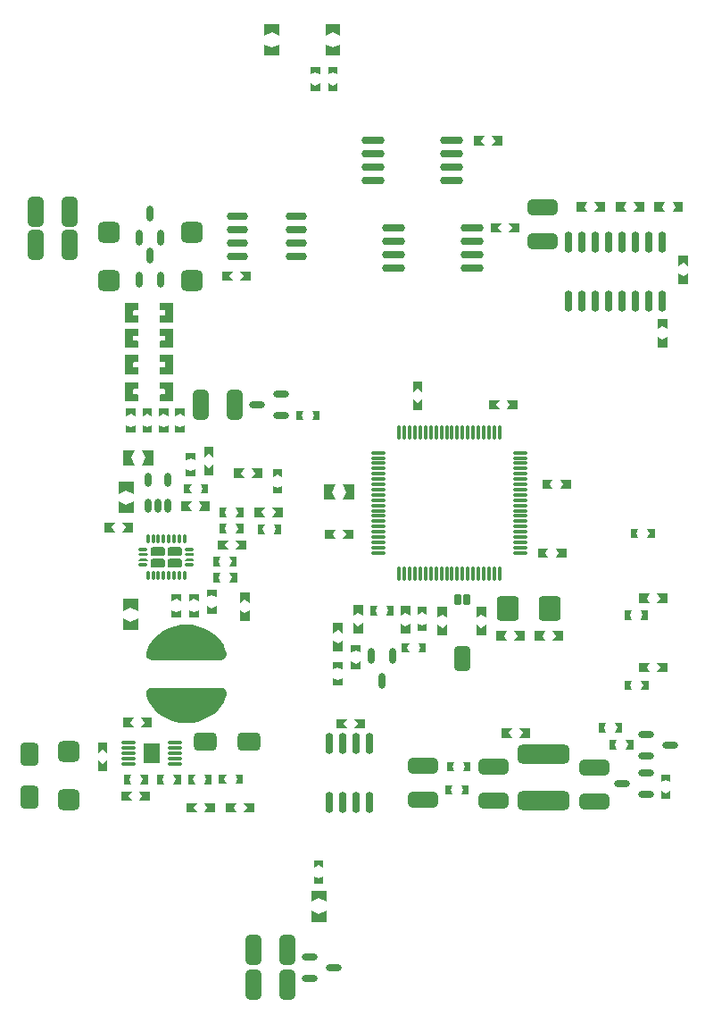
<source format=gtp>
G04*
G04 #@! TF.GenerationSoftware,Altium Limited,Altium Designer,18.1.7 (191)*
G04*
G04 Layer_Color=8421504*
%FSLAX24Y24*%
%MOIN*%
G70*
G01*
G75*
%ADD23O,0.0850X0.0295*%
%ADD24O,0.0118X0.0591*%
%ADD25O,0.0591X0.0118*%
%ADD26O,0.0281X0.0591*%
%ADD27O,0.0591X0.0281*%
%ADD28R,0.0610X0.0728*%
%ADD29O,0.0571X0.0118*%
%ADD30O,0.0335X0.0118*%
%ADD31O,0.0118X0.0335*%
G04:AMPARAMS|DCode=32|XSize=94.5mil|YSize=59.1mil|CornerRadius=14.8mil|HoleSize=0mil|Usage=FLASHONLY|Rotation=270.000|XOffset=0mil|YOffset=0mil|HoleType=Round|Shape=RoundedRectangle|*
%AMROUNDEDRECTD32*
21,1,0.0945,0.0295,0,0,270.0*
21,1,0.0650,0.0591,0,0,270.0*
1,1,0.0295,-0.0148,-0.0325*
1,1,0.0295,-0.0148,0.0325*
1,1,0.0295,0.0148,0.0325*
1,1,0.0295,0.0148,-0.0325*
%
%ADD32ROUNDEDRECTD32*%
G04:AMPARAMS|DCode=33|XSize=43.3mil|YSize=23.6mil|CornerRadius=5.9mil|HoleSize=0mil|Usage=FLASHONLY|Rotation=270.000|XOffset=0mil|YOffset=0mil|HoleType=Round|Shape=RoundedRectangle|*
%AMROUNDEDRECTD33*
21,1,0.0433,0.0118,0,0,270.0*
21,1,0.0315,0.0236,0,0,270.0*
1,1,0.0118,-0.0059,-0.0157*
1,1,0.0118,-0.0059,0.0157*
1,1,0.0118,0.0059,0.0157*
1,1,0.0118,0.0059,-0.0157*
%
%ADD33ROUNDEDRECTD33*%
G04:AMPARAMS|DCode=34|XSize=90.6mil|YSize=82.7mil|CornerRadius=12.4mil|HoleSize=0mil|Usage=FLASHONLY|Rotation=90.000|XOffset=0mil|YOffset=0mil|HoleType=Round|Shape=RoundedRectangle|*
%AMROUNDEDRECTD34*
21,1,0.0906,0.0579,0,0,90.0*
21,1,0.0657,0.0827,0,0,90.0*
1,1,0.0248,0.0289,0.0329*
1,1,0.0248,0.0289,-0.0329*
1,1,0.0248,-0.0289,-0.0329*
1,1,0.0248,-0.0289,0.0329*
%
%ADD34ROUNDEDRECTD34*%
%ADD35O,0.0236X0.0531*%
G04:AMPARAMS|DCode=36|XSize=194.9mil|YSize=70.9mil|CornerRadius=17.7mil|HoleSize=0mil|Usage=FLASHONLY|Rotation=180.000|XOffset=0mil|YOffset=0mil|HoleType=Round|Shape=RoundedRectangle|*
%AMROUNDEDRECTD36*
21,1,0.1949,0.0354,0,0,180.0*
21,1,0.1594,0.0709,0,0,180.0*
1,1,0.0354,-0.0797,0.0177*
1,1,0.0354,0.0797,0.0177*
1,1,0.0354,0.0797,-0.0177*
1,1,0.0354,-0.0797,-0.0177*
%
%ADD36ROUNDEDRECTD36*%
%ADD37O,0.0295X0.0800*%
G04:AMPARAMS|DCode=38|XSize=110.2mil|YSize=59.1mil|CornerRadius=14.8mil|HoleSize=0mil|Usage=FLASHONLY|Rotation=0.000|XOffset=0mil|YOffset=0mil|HoleType=Round|Shape=RoundedRectangle|*
%AMROUNDEDRECTD38*
21,1,0.1102,0.0295,0,0,0.0*
21,1,0.0807,0.0591,0,0,0.0*
1,1,0.0295,0.0404,-0.0148*
1,1,0.0295,-0.0404,-0.0148*
1,1,0.0295,-0.0404,0.0148*
1,1,0.0295,0.0404,0.0148*
%
%ADD38ROUNDEDRECTD38*%
G04:AMPARAMS|DCode=39|XSize=110.2mil|YSize=59.1mil|CornerRadius=14.8mil|HoleSize=0mil|Usage=FLASHONLY|Rotation=270.000|XOffset=0mil|YOffset=0mil|HoleType=Round|Shape=RoundedRectangle|*
%AMROUNDEDRECTD39*
21,1,0.1102,0.0295,0,0,270.0*
21,1,0.0807,0.0591,0,0,270.0*
1,1,0.0295,-0.0148,-0.0404*
1,1,0.0295,-0.0148,0.0404*
1,1,0.0295,0.0148,0.0404*
1,1,0.0295,0.0148,-0.0404*
%
%ADD39ROUNDEDRECTD39*%
%ADD40O,0.0800X0.0295*%
G04:AMPARAMS|DCode=41|XSize=82.7mil|YSize=78.7mil|CornerRadius=19.7mil|HoleSize=0mil|Usage=FLASHONLY|Rotation=0.000|XOffset=0mil|YOffset=0mil|HoleType=Round|Shape=RoundedRectangle|*
%AMROUNDEDRECTD41*
21,1,0.0827,0.0394,0,0,0.0*
21,1,0.0433,0.0787,0,0,0.0*
1,1,0.0394,0.0217,-0.0197*
1,1,0.0394,-0.0217,-0.0197*
1,1,0.0394,-0.0217,0.0197*
1,1,0.0394,0.0217,0.0197*
%
%ADD41ROUNDEDRECTD41*%
G04:AMPARAMS|DCode=42|XSize=86.6mil|YSize=68.9mil|CornerRadius=17.2mil|HoleSize=0mil|Usage=FLASHONLY|Rotation=90.000|XOffset=0mil|YOffset=0mil|HoleType=Round|Shape=RoundedRectangle|*
%AMROUNDEDRECTD42*
21,1,0.0866,0.0344,0,0,90.0*
21,1,0.0522,0.0689,0,0,90.0*
1,1,0.0344,0.0172,0.0261*
1,1,0.0344,0.0172,-0.0261*
1,1,0.0344,-0.0172,-0.0261*
1,1,0.0344,-0.0172,0.0261*
%
%ADD42ROUNDEDRECTD42*%
G04:AMPARAMS|DCode=43|XSize=86.6mil|YSize=68.9mil|CornerRadius=17.2mil|HoleSize=0mil|Usage=FLASHONLY|Rotation=180.000|XOffset=0mil|YOffset=0mil|HoleType=Round|Shape=RoundedRectangle|*
%AMROUNDEDRECTD43*
21,1,0.0866,0.0344,0,0,180.0*
21,1,0.0522,0.0689,0,0,180.0*
1,1,0.0344,-0.0261,0.0172*
1,1,0.0344,0.0261,0.0172*
1,1,0.0344,0.0261,-0.0172*
1,1,0.0344,-0.0261,-0.0172*
%
%ADD43ROUNDEDRECTD43*%
G36*
X12352Y36181D02*
X12077Y36309D01*
X11801Y36181D01*
Y36594D01*
X12352D01*
Y36181D01*
D02*
G37*
G36*
X10079D02*
X9803Y36309D01*
X9528Y36181D01*
Y36594D01*
X10079D01*
Y36181D01*
D02*
G37*
G36*
X12352Y35433D02*
X11801D01*
Y35846D01*
X12077Y35719D01*
X12352Y35846D01*
Y35433D01*
D02*
G37*
G36*
X10079D02*
X9528D01*
Y35846D01*
X9803Y35719D01*
X10079Y35846D01*
Y35433D01*
D02*
G37*
G36*
X12254Y34724D02*
X12077Y34803D01*
X11900Y34724D01*
Y35000D01*
X12254D01*
Y34724D01*
D02*
G37*
G36*
X11604D02*
X11427Y34803D01*
X11250Y34724D01*
Y35000D01*
X11604D01*
Y34724D01*
D02*
G37*
G36*
X12254Y34114D02*
X11900D01*
Y34390D01*
X12077Y34311D01*
X12254Y34390D01*
Y34114D01*
D02*
G37*
G36*
X11604D02*
X11250D01*
Y34390D01*
X11427Y34311D01*
X11604Y34390D01*
Y34114D01*
D02*
G37*
G36*
X18415Y32067D02*
X18022D01*
X18140Y32244D01*
X18022Y32421D01*
X18415D01*
Y32067D01*
D02*
G37*
G36*
X17628Y32244D02*
X17746Y32067D01*
X17352D01*
Y32421D01*
X17746D01*
X17628Y32244D01*
D02*
G37*
G36*
X25157Y29596D02*
X24764D01*
X24882Y29774D01*
X24764Y29951D01*
X25157D01*
Y29596D01*
D02*
G37*
G36*
X24370Y29774D02*
X24488Y29596D01*
X24094D01*
Y29951D01*
X24488D01*
X24370Y29774D01*
D02*
G37*
G36*
X23720Y29596D02*
X23327D01*
X23445Y29774D01*
X23327Y29951D01*
X23720D01*
Y29596D01*
D02*
G37*
G36*
X22933Y29774D02*
X23051Y29596D01*
X22657D01*
Y29951D01*
X23051D01*
X22933Y29774D01*
D02*
G37*
G36*
X22254Y29596D02*
X21860D01*
X21978Y29774D01*
X21860Y29951D01*
X22254D01*
Y29596D01*
D02*
G37*
G36*
X21467Y29774D02*
X21585Y29596D01*
X21191D01*
Y29951D01*
X21585D01*
X21467Y29774D01*
D02*
G37*
G36*
X19045Y28819D02*
X18652D01*
X18770Y28996D01*
X18652Y29173D01*
X19045D01*
Y28819D01*
D02*
G37*
G36*
X18258Y28996D02*
X18376Y28819D01*
X17982D01*
Y29173D01*
X18376D01*
X18258Y28996D01*
D02*
G37*
G36*
X25344Y27579D02*
X25167Y27697D01*
X24990Y27579D01*
Y27972D01*
X25344D01*
Y27579D01*
D02*
G37*
G36*
Y26909D02*
X24990D01*
Y27303D01*
X25167Y27185D01*
X25344Y27303D01*
Y26909D01*
D02*
G37*
G36*
X9006Y27018D02*
X8612D01*
X8730Y27195D01*
X8612Y27372D01*
X9006D01*
Y27018D01*
D02*
G37*
G36*
X8219Y27195D02*
X8337Y27018D01*
X7943D01*
Y27372D01*
X8337D01*
X8219Y27195D01*
D02*
G37*
G36*
X6114Y26188D02*
X6122Y26167D01*
Y25506D01*
X6114Y25485D01*
X6093Y25476D01*
X5640D01*
X5619Y25485D01*
X5611Y25506D01*
Y25709D01*
X5619Y25730D01*
X5640Y25738D01*
X5778D01*
X5799Y25747D01*
X5807Y25768D01*
Y25906D01*
X5799Y25926D01*
X5778Y25935D01*
X5640D01*
X5619Y25944D01*
X5611Y25965D01*
Y26167D01*
X5619Y26188D01*
X5640Y26197D01*
X6093D01*
X6114Y26188D01*
D02*
G37*
G36*
X4814D02*
X4822Y26167D01*
Y25965D01*
X4814Y25944D01*
X4793Y25935D01*
X4655D01*
X4634Y25926D01*
X4626Y25906D01*
Y25768D01*
X4634Y25747D01*
X4655Y25738D01*
X4793D01*
X4814Y25730D01*
X4822Y25709D01*
Y25506D01*
X4814Y25485D01*
X4793Y25476D01*
X4340D01*
X4319Y25485D01*
X4311Y25506D01*
Y26167D01*
X4319Y26188D01*
X4340Y26197D01*
X4793D01*
X4814Y26188D01*
D02*
G37*
G36*
X24567Y25217D02*
X24390Y25335D01*
X24213Y25217D01*
Y25610D01*
X24567D01*
Y25217D01*
D02*
G37*
G36*
Y24547D02*
X24213D01*
Y24941D01*
X24390Y24823D01*
X24567Y24941D01*
Y24547D01*
D02*
G37*
G36*
X6114Y25233D02*
X6122Y25213D01*
Y24551D01*
X6114Y24530D01*
X6093Y24522D01*
X5640D01*
X5619Y24530D01*
X5611Y24551D01*
Y24754D01*
X5619Y24775D01*
X5640Y24783D01*
X5778D01*
X5799Y24792D01*
X5807Y24813D01*
Y24951D01*
X5799Y24972D01*
X5778Y24980D01*
X5640D01*
X5619Y24989D01*
X5611Y25010D01*
Y25213D01*
X5619Y25233D01*
X5640Y25242D01*
X6093D01*
X6114Y25233D01*
D02*
G37*
G36*
X4814D02*
X4822Y25213D01*
Y25010D01*
X4814Y24989D01*
X4793Y24980D01*
X4655D01*
X4634Y24972D01*
X4626Y24951D01*
Y24813D01*
X4634Y24792D01*
X4655Y24783D01*
X4793D01*
X4814Y24775D01*
X4822Y24754D01*
Y24551D01*
X4814Y24530D01*
X4793Y24522D01*
X4340D01*
X4319Y24530D01*
X4311Y24551D01*
Y25213D01*
X4319Y25233D01*
X4340Y25242D01*
X4793D01*
X4814Y25233D01*
D02*
G37*
G36*
X6114Y24249D02*
X6122Y24228D01*
Y23567D01*
X6114Y23546D01*
X6093Y23537D01*
X5640D01*
X5619Y23546D01*
X5611Y23567D01*
Y23770D01*
X5619Y23791D01*
X5640Y23799D01*
X5778D01*
X5799Y23808D01*
X5807Y23829D01*
Y23967D01*
X5799Y23987D01*
X5778Y23996D01*
X5640D01*
X5619Y24005D01*
X5611Y24026D01*
Y24228D01*
X5619Y24249D01*
X5640Y24258D01*
X6093D01*
X6114Y24249D01*
D02*
G37*
G36*
X4814D02*
X4822Y24228D01*
Y24026D01*
X4814Y24005D01*
X4793Y23996D01*
X4655D01*
X4634Y23987D01*
X4626Y23967D01*
Y23829D01*
X4634Y23808D01*
X4655Y23799D01*
X4793D01*
X4814Y23791D01*
X4822Y23770D01*
Y23567D01*
X4814Y23546D01*
X4793Y23537D01*
X4340D01*
X4319Y23546D01*
X4311Y23567D01*
Y24228D01*
X4319Y24249D01*
X4340Y24258D01*
X4793D01*
X4814Y24249D01*
D02*
G37*
G36*
X15423Y22864D02*
X15246Y22982D01*
X15069Y22864D01*
Y23258D01*
X15423D01*
Y22864D01*
D02*
G37*
G36*
X6114Y23235D02*
X6122Y23215D01*
Y22553D01*
X6114Y22532D01*
X6093Y22524D01*
X5640D01*
X5619Y22532D01*
X5611Y22553D01*
Y22756D01*
X5619Y22777D01*
X5640Y22785D01*
X5778D01*
X5799Y22794D01*
X5807Y22815D01*
Y22953D01*
X5799Y22974D01*
X5778Y22982D01*
X5640D01*
X5619Y22991D01*
X5611Y23012D01*
Y23215D01*
X5619Y23235D01*
X5640Y23244D01*
X6093D01*
X6114Y23235D01*
D02*
G37*
G36*
X4814D02*
X4822Y23215D01*
Y23012D01*
X4814Y22991D01*
X4793Y22982D01*
X4655D01*
X4634Y22974D01*
X4626Y22953D01*
Y22815D01*
X4634Y22794D01*
X4655Y22785D01*
X4793D01*
X4814Y22777D01*
X4822Y22756D01*
Y22553D01*
X4814Y22532D01*
X4793Y22524D01*
X4340D01*
X4319Y22532D01*
X4311Y22553D01*
Y23215D01*
X4319Y23235D01*
X4340Y23244D01*
X4793D01*
X4814Y23235D01*
D02*
G37*
G36*
X15423Y22195D02*
X15069D01*
Y22589D01*
X15246Y22470D01*
X15423Y22589D01*
Y22195D01*
D02*
G37*
G36*
X18967Y22224D02*
X18573D01*
X18691Y22402D01*
X18573Y22579D01*
X18967D01*
Y22224D01*
D02*
G37*
G36*
X18179Y22402D02*
X18297Y22224D01*
X17904D01*
Y22579D01*
X18297D01*
X18179Y22402D01*
D02*
G37*
G36*
X6545Y21978D02*
X6368Y22057D01*
X6191Y21978D01*
Y22254D01*
X6545D01*
Y21978D01*
D02*
G37*
G36*
X5935D02*
X5758Y22057D01*
X5581Y21978D01*
Y22254D01*
X5935D01*
Y21978D01*
D02*
G37*
G36*
X5325D02*
X5148Y22057D01*
X4970Y21978D01*
Y22254D01*
X5325D01*
Y21978D01*
D02*
G37*
G36*
X4715D02*
X4537Y22057D01*
X4360Y21978D01*
Y22254D01*
X4715D01*
Y21978D01*
D02*
G37*
G36*
X11585Y21821D02*
X11309D01*
X11388Y21998D01*
X11309Y22175D01*
X11585D01*
Y21821D01*
D02*
G37*
G36*
X10896Y21998D02*
X10975Y21821D01*
X10699D01*
Y22175D01*
X10975D01*
X10896Y21998D01*
D02*
G37*
G36*
X6545Y21368D02*
X6191D01*
Y21644D01*
X6368Y21565D01*
X6545Y21644D01*
Y21368D01*
D02*
G37*
G36*
X5935D02*
X5581D01*
Y21644D01*
X5758Y21565D01*
X5935Y21644D01*
Y21368D01*
D02*
G37*
G36*
X5325D02*
X4970D01*
Y21644D01*
X5148Y21565D01*
X5325Y21644D01*
Y21368D01*
D02*
G37*
G36*
X4715D02*
X4360D01*
Y21644D01*
X4537Y21565D01*
X4715Y21644D01*
Y21368D01*
D02*
G37*
G36*
X7628Y20433D02*
X7451Y20551D01*
X7274Y20433D01*
Y20827D01*
X7628D01*
Y20433D01*
D02*
G37*
G36*
X6949Y20334D02*
X6772Y20413D01*
X6594Y20334D01*
Y20610D01*
X6949D01*
Y20334D01*
D02*
G37*
G36*
X5394Y20138D02*
X4941D01*
X5069Y20423D01*
X4941Y20709D01*
X5394D01*
Y20138D01*
D02*
G37*
G36*
X4557Y20423D02*
X4685Y20138D01*
X4232D01*
Y20709D01*
X4685D01*
X4557Y20423D01*
D02*
G37*
G36*
X7628Y19764D02*
X7274D01*
Y20157D01*
X7451Y20039D01*
X7628Y20157D01*
Y19764D01*
D02*
G37*
G36*
X6949Y19724D02*
X6594D01*
Y20000D01*
X6772Y19921D01*
X6949Y20000D01*
Y19724D01*
D02*
G37*
G36*
X10187Y19714D02*
X10010Y19793D01*
X9833Y19714D01*
Y19990D01*
X10187D01*
Y19714D01*
D02*
G37*
G36*
X9439Y19665D02*
X9045D01*
X9163Y19843D01*
X9045Y20020D01*
X9439D01*
Y19665D01*
D02*
G37*
G36*
X8652Y19843D02*
X8770Y19665D01*
X8376D01*
Y20020D01*
X8770D01*
X8652Y19843D01*
D02*
G37*
G36*
X10187Y19104D02*
X9833D01*
Y19380D01*
X10010Y19301D01*
X10187Y19380D01*
Y19104D01*
D02*
G37*
G36*
X20965Y19252D02*
X20571D01*
X20689Y19429D01*
X20571Y19606D01*
X20965D01*
Y19252D01*
D02*
G37*
G36*
X20177Y19429D02*
X20295Y19252D01*
X19902D01*
Y19606D01*
X20295D01*
X20177Y19429D01*
D02*
G37*
G36*
X7411Y19085D02*
X7136D01*
X7215Y19262D01*
X7136Y19439D01*
X7411D01*
Y19085D01*
D02*
G37*
G36*
X6723Y19262D02*
X6801Y19085D01*
X6526D01*
Y19439D01*
X6801D01*
X6723Y19262D01*
D02*
G37*
G36*
X4636Y19065D02*
X4350Y19193D01*
X4065Y19065D01*
Y19518D01*
X4636D01*
Y19065D01*
D02*
G37*
G36*
X12894Y18848D02*
X12441D01*
X12569Y19134D01*
X12441Y19419D01*
X12894D01*
Y18848D01*
D02*
G37*
G36*
X12057Y19134D02*
X12185Y18848D01*
X11732D01*
Y19419D01*
X12185D01*
X12057Y19134D01*
D02*
G37*
G36*
X4636Y18356D02*
X4065D01*
Y18809D01*
X4350Y18681D01*
X4636Y18809D01*
Y18356D01*
D02*
G37*
G36*
X7470Y18445D02*
X7077D01*
X7195Y18622D01*
X7077Y18799D01*
X7470D01*
Y18445D01*
D02*
G37*
G36*
X6683Y18622D02*
X6801Y18445D01*
X6407D01*
Y18799D01*
X6801D01*
X6683Y18622D01*
D02*
G37*
G36*
X10207Y18209D02*
X9813D01*
X9931Y18386D01*
X9813Y18563D01*
X10207D01*
Y18209D01*
D02*
G37*
G36*
X9419Y18386D02*
X9537Y18209D01*
X9144D01*
Y18563D01*
X9537D01*
X9419Y18386D01*
D02*
G37*
G36*
X8730Y18199D02*
X8454D01*
X8533Y18376D01*
X8454Y18553D01*
X8730D01*
Y18199D01*
D02*
G37*
G36*
X8041Y18376D02*
X8120Y18199D01*
X7844D01*
Y18553D01*
X8120D01*
X8041Y18376D01*
D02*
G37*
G36*
X4606Y17638D02*
X4213D01*
X4331Y17815D01*
X4213Y17992D01*
X4606D01*
Y17638D01*
D02*
G37*
G36*
X3819Y17815D02*
X3937Y17638D01*
X3543D01*
Y17992D01*
X3937D01*
X3819Y17815D01*
D02*
G37*
G36*
X8730Y17598D02*
X8454D01*
X8533Y17776D01*
X8454Y17953D01*
X8730D01*
Y17598D01*
D02*
G37*
G36*
X8041Y17776D02*
X8120Y17598D01*
X7844D01*
Y17953D01*
X8120D01*
X8041Y17776D01*
D02*
G37*
G36*
X10147Y17579D02*
X9872D01*
X9951Y17756D01*
X9872Y17933D01*
X10147D01*
Y17579D01*
D02*
G37*
G36*
X9459Y17756D02*
X9537Y17579D01*
X9262D01*
Y17933D01*
X9537D01*
X9459Y17756D01*
D02*
G37*
G36*
X24104Y17421D02*
X23828D01*
X23907Y17598D01*
X23828Y17776D01*
X24104D01*
Y17421D01*
D02*
G37*
G36*
X23415Y17598D02*
X23494Y17421D01*
X23219D01*
Y17776D01*
X23494D01*
X23415Y17598D01*
D02*
G37*
G36*
X12854Y17392D02*
X12461D01*
X12579Y17569D01*
X12461Y17746D01*
X12854D01*
Y17392D01*
D02*
G37*
G36*
X12067Y17569D02*
X12185Y17392D01*
X11791D01*
Y17746D01*
X12185D01*
X12067Y17569D01*
D02*
G37*
G36*
X8848Y16988D02*
X8455D01*
X8573Y17165D01*
X8455Y17343D01*
X8848D01*
Y16988D01*
D02*
G37*
G36*
X8061Y17165D02*
X8179Y16988D01*
X7785D01*
Y17343D01*
X8179D01*
X8061Y17165D01*
D02*
G37*
G36*
X6400Y17079D02*
X6421Y17057D01*
X6429Y17028D01*
Y16831D01*
X6421Y16801D01*
X6400Y16780D01*
X6370Y16772D01*
X5976D01*
X5947Y16780D01*
X5925Y16801D01*
X5917Y16831D01*
Y17028D01*
X5925Y17057D01*
X5947Y17079D01*
X5976Y17087D01*
X6370D01*
X6400Y17079D01*
D02*
G37*
G36*
X5770D02*
X5791Y17057D01*
X5799Y17028D01*
Y16831D01*
X5791Y16801D01*
X5770Y16780D01*
X5740Y16772D01*
X5346D01*
X5317Y16780D01*
X5295Y16801D01*
X5287Y16831D01*
Y17028D01*
X5295Y17057D01*
X5317Y17079D01*
X5346Y17087D01*
X5740D01*
X5770Y17079D01*
D02*
G37*
G36*
X6878Y16859D02*
X6894Y16821D01*
X6878Y16783D01*
X6841Y16768D01*
X6604D01*
X6567Y16783D01*
X6551Y16821D01*
X6567Y16859D01*
X6604Y16874D01*
X6841D01*
X6878Y16859D01*
D02*
G37*
G36*
X5146D02*
X5162Y16821D01*
X5146Y16783D01*
X5108Y16768D01*
X4872D01*
X4834Y16783D01*
X4819Y16821D01*
X4834Y16859D01*
X4872Y16874D01*
X5108D01*
X5146Y16859D01*
D02*
G37*
G36*
X20797Y16693D02*
X20404D01*
X20522Y16870D01*
X20404Y17047D01*
X20797D01*
Y16693D01*
D02*
G37*
G36*
X20010Y16870D02*
X20128Y16693D01*
X19734D01*
Y17047D01*
X20128D01*
X20010Y16870D01*
D02*
G37*
G36*
X6878Y16642D02*
X6894Y16604D01*
X6878Y16567D01*
X6841Y16551D01*
X6604D01*
X6567Y16567D01*
X6551Y16604D01*
X6567Y16642D01*
X6604Y16658D01*
X6841D01*
X6878Y16642D01*
D02*
G37*
G36*
X5146D02*
X5162Y16604D01*
X5146Y16567D01*
X5108Y16551D01*
X4872D01*
X4834Y16567D01*
X4819Y16604D01*
X4834Y16642D01*
X4872Y16658D01*
X5108D01*
X5146Y16642D01*
D02*
G37*
G36*
X8494Y16378D02*
X8218D01*
X8297Y16555D01*
X8218Y16732D01*
X8494D01*
Y16378D01*
D02*
G37*
G36*
X7805Y16555D02*
X7884Y16378D01*
X7608D01*
Y16732D01*
X7884D01*
X7805Y16555D01*
D02*
G37*
G36*
X6400Y16646D02*
X6421Y16624D01*
X6429Y16594D01*
Y16398D01*
X6421Y16368D01*
X6400Y16346D01*
X6370Y16339D01*
X5976D01*
X5947Y16346D01*
X5925Y16368D01*
X5917Y16398D01*
Y16594D01*
X5925Y16624D01*
X5947Y16646D01*
X5976Y16654D01*
X6370D01*
X6400Y16646D01*
D02*
G37*
G36*
X5770D02*
X5791Y16624D01*
X5799Y16594D01*
Y16398D01*
X5791Y16368D01*
X5770Y16346D01*
X5740Y16339D01*
X5346D01*
X5317Y16346D01*
X5295Y16368D01*
X5287Y16398D01*
Y16594D01*
X5295Y16624D01*
X5317Y16646D01*
X5346Y16654D01*
X5740D01*
X5770Y16646D01*
D02*
G37*
G36*
X8504Y15778D02*
X8228D01*
X8307Y15955D01*
X8228Y16132D01*
X8504D01*
Y15778D01*
D02*
G37*
G36*
X7815Y15955D02*
X7894Y15778D01*
X7618D01*
Y16132D01*
X7894D01*
X7815Y15955D01*
D02*
G37*
G36*
X7736Y15217D02*
X7559Y15295D01*
X7382Y15217D01*
Y15492D01*
X7736D01*
Y15217D01*
D02*
G37*
G36*
X7067Y15069D02*
X6890Y15148D01*
X6713Y15069D01*
Y15344D01*
X7067D01*
Y15069D01*
D02*
G37*
G36*
X6407D02*
X6230Y15148D01*
X6053Y15069D01*
Y15344D01*
X6407D01*
Y15069D01*
D02*
G37*
G36*
X8967Y15010D02*
X8789Y15128D01*
X8612Y15010D01*
Y15404D01*
X8967D01*
Y15010D01*
D02*
G37*
G36*
X24587Y15000D02*
X24193D01*
X24311Y15177D01*
X24193Y15354D01*
X24587D01*
Y15000D01*
D02*
G37*
G36*
X23799Y15177D02*
X23917Y15000D01*
X23524D01*
Y15354D01*
X23917D01*
X23799Y15177D01*
D02*
G37*
G36*
X7736Y14607D02*
X7382D01*
Y14882D01*
X7559Y14803D01*
X7736Y14882D01*
Y14607D01*
D02*
G37*
G36*
X4813Y14695D02*
X4528Y14823D01*
X4242Y14695D01*
Y15148D01*
X4813D01*
Y14695D01*
D02*
G37*
G36*
X7067Y14459D02*
X6713D01*
Y14734D01*
X6890Y14656D01*
X7067Y14734D01*
Y14459D01*
D02*
G37*
G36*
X6407D02*
X6053D01*
Y14734D01*
X6230Y14656D01*
X6407Y14734D01*
Y14459D01*
D02*
G37*
G36*
X8967Y14341D02*
X8612D01*
Y14734D01*
X8789Y14616D01*
X8967Y14734D01*
Y14341D01*
D02*
G37*
G36*
X15591Y14577D02*
X15413Y14656D01*
X15236Y14577D01*
Y14852D01*
X15591D01*
Y14577D01*
D02*
G37*
G36*
X14350Y14537D02*
X14075D01*
X14154Y14715D01*
X14075Y14892D01*
X14350D01*
Y14537D01*
D02*
G37*
G36*
X13662Y14715D02*
X13740Y14537D01*
X13465D01*
Y14892D01*
X13740D01*
X13662Y14715D01*
D02*
G37*
G36*
X13199Y14528D02*
X13022Y14646D01*
X12844Y14528D01*
Y14921D01*
X13199D01*
Y14528D01*
D02*
G37*
G36*
X14970Y14518D02*
X14793Y14636D01*
X14616Y14518D01*
Y14911D01*
X14970D01*
Y14518D01*
D02*
G37*
G36*
X17805Y14459D02*
X17628Y14577D01*
X17451Y14459D01*
Y14852D01*
X17805D01*
Y14459D01*
D02*
G37*
G36*
X16348D02*
X16171Y14577D01*
X15994Y14459D01*
Y14852D01*
X16348D01*
Y14459D01*
D02*
G37*
G36*
X23858Y14380D02*
X23583D01*
X23661Y14557D01*
X23583Y14734D01*
X23858D01*
Y14380D01*
D02*
G37*
G36*
X23170Y14557D02*
X23248Y14380D01*
X22973D01*
Y14734D01*
X23248D01*
X23170Y14557D01*
D02*
G37*
G36*
X4813Y13986D02*
X4242D01*
Y14439D01*
X4528Y14311D01*
X4813Y14439D01*
Y13986D01*
D02*
G37*
G36*
X15591Y13967D02*
X15236D01*
Y14242D01*
X15413Y14164D01*
X15591Y14242D01*
Y13967D01*
D02*
G37*
G36*
X13199Y13858D02*
X12844D01*
Y14252D01*
X13022Y14134D01*
X13199Y14252D01*
Y13858D01*
D02*
G37*
G36*
X14970Y13848D02*
X14616D01*
Y14242D01*
X14793Y14124D01*
X14970Y14242D01*
Y13848D01*
D02*
G37*
G36*
X17805Y13789D02*
X17451D01*
Y14183D01*
X17628Y14065D01*
X17805Y14183D01*
Y13789D01*
D02*
G37*
G36*
X16348D02*
X15994D01*
Y14183D01*
X16171Y14065D01*
X16348Y14183D01*
Y13789D01*
D02*
G37*
G36*
X12441Y13878D02*
X12264Y13996D01*
X12087Y13878D01*
Y14272D01*
X12441D01*
Y13878D01*
D02*
G37*
G36*
X19252Y13602D02*
X18858D01*
X18976Y13780D01*
X18858Y13957D01*
X19252D01*
Y13602D01*
D02*
G37*
G36*
X18465Y13780D02*
X18583Y13602D01*
X18189D01*
Y13957D01*
X18583D01*
X18465Y13780D01*
D02*
G37*
G36*
X20689Y13601D02*
X20295D01*
X20413Y13779D01*
X20295Y13956D01*
X20689D01*
Y13601D01*
D02*
G37*
G36*
X19902Y13779D02*
X20020Y13601D01*
X19626D01*
Y13956D01*
X20020D01*
X19902Y13779D01*
D02*
G37*
G36*
X12441Y13209D02*
X12087D01*
Y13602D01*
X12264Y13484D01*
X12441Y13602D01*
Y13209D01*
D02*
G37*
G36*
X15541Y13159D02*
X15266D01*
X15344Y13337D01*
X15266Y13514D01*
X15541D01*
Y13159D01*
D02*
G37*
G36*
X14853Y13337D02*
X14931Y13159D01*
X14656D01*
Y13514D01*
X14931D01*
X14853Y13337D01*
D02*
G37*
G36*
X13110Y13150D02*
X12933Y13228D01*
X12756Y13150D01*
Y13425D01*
X13110D01*
Y13150D01*
D02*
G37*
G36*
X6827Y14187D02*
X7045Y14142D01*
X7256Y14070D01*
X7455Y13969D01*
X7639Y13844D01*
X7804Y13695D01*
X7806Y13692D01*
X7912Y13566D01*
X7996Y13424D01*
X8057Y13272D01*
X8099Y13137D01*
X8108Y13064D01*
X8089Y12994D01*
X8045Y12934D01*
X7983Y12895D01*
X7911Y12881D01*
X5305D01*
X5231Y12896D01*
X5167Y12936D01*
X5122Y12997D01*
X5103Y13070D01*
X5112Y13145D01*
X5152Y13275D01*
X5213Y13425D01*
X5296Y13565D01*
X5400Y13690D01*
X5405Y13695D01*
X5570Y13844D01*
X5754Y13969D01*
X5953Y14070D01*
X6164Y14142D01*
X6382Y14187D01*
X6604Y14201D01*
X6827Y14187D01*
D02*
G37*
G36*
X13110Y12540D02*
X12756D01*
Y12815D01*
X12933Y12736D01*
X13110Y12815D01*
Y12540D01*
D02*
G37*
G36*
X12431Y12529D02*
X12254Y12608D01*
X12077Y12529D01*
Y12805D01*
X12431D01*
Y12529D01*
D02*
G37*
G36*
X24587Y12421D02*
X24193D01*
X24311Y12598D01*
X24193Y12776D01*
X24587D01*
Y12421D01*
D02*
G37*
G36*
X23799Y12598D02*
X23917Y12421D01*
X23524D01*
Y12776D01*
X23917D01*
X23799Y12598D01*
D02*
G37*
G36*
X12431Y11919D02*
X12077D01*
Y12195D01*
X12254Y12116D01*
X12431Y12195D01*
Y11919D01*
D02*
G37*
G36*
X23868Y11752D02*
X23592D01*
X23671Y11929D01*
X23592Y12106D01*
X23868D01*
Y11752D01*
D02*
G37*
G36*
X23179Y11929D02*
X23258Y11752D01*
X22982D01*
Y12106D01*
X23258D01*
X23179Y11929D01*
D02*
G37*
G36*
X7978Y11823D02*
X8041Y11782D01*
X8086Y11721D01*
X8106Y11648D01*
X8097Y11573D01*
X8056Y11444D01*
X7996Y11293D01*
X7913Y11153D01*
X7809Y11028D01*
X7804Y11023D01*
X7639Y10874D01*
X7455Y10749D01*
X7256Y10649D01*
X7045Y10576D01*
X6827Y10531D01*
X6604Y10517D01*
X6382Y10531D01*
X6164Y10576D01*
X5953Y10649D01*
X5754Y10749D01*
X5570Y10874D01*
X5405Y11023D01*
X5402Y11026D01*
X5297Y11152D01*
X5213Y11294D01*
X5151Y11447D01*
X5110Y11581D01*
X5101Y11654D01*
X5120Y11725D01*
X5163Y11784D01*
X5225Y11823D01*
X5297Y11837D01*
X7903D01*
X7978Y11823D01*
D02*
G37*
G36*
X5315Y10364D02*
X4921D01*
X5039Y10541D01*
X4921Y10718D01*
X5315D01*
Y10364D01*
D02*
G37*
G36*
X4528Y10541D02*
X4646Y10364D01*
X4252D01*
Y10718D01*
X4646D01*
X4528Y10541D01*
D02*
G37*
G36*
X13278Y10315D02*
X12884D01*
X13002Y10492D01*
X12884Y10669D01*
X13278D01*
Y10315D01*
D02*
G37*
G36*
X12490Y10492D02*
X12608Y10315D01*
X12215D01*
Y10669D01*
X12608D01*
X12490Y10492D01*
D02*
G37*
G36*
X22894Y10177D02*
X22618D01*
X22697Y10354D01*
X22618Y10532D01*
X22894D01*
Y10177D01*
D02*
G37*
G36*
X22205Y10354D02*
X22284Y10177D01*
X22008D01*
Y10532D01*
X22284D01*
X22205Y10354D01*
D02*
G37*
G36*
X19439Y9980D02*
X19045D01*
X19163Y10157D01*
X19045Y10335D01*
X19439D01*
Y9980D01*
D02*
G37*
G36*
X18652Y10157D02*
X18770Y9980D01*
X18376D01*
Y10335D01*
X18770D01*
X18652Y10157D01*
D02*
G37*
G36*
X23297Y9547D02*
X23021D01*
X23100Y9724D01*
X23021Y9902D01*
X23297D01*
Y9547D01*
D02*
G37*
G36*
X22608Y9724D02*
X22687Y9547D01*
X22411D01*
Y9902D01*
X22687D01*
X22608Y9724D01*
D02*
G37*
G36*
X3661Y9400D02*
X3484Y9518D01*
X3307Y9400D01*
Y9793D01*
X3661D01*
Y9400D01*
D02*
G37*
G36*
Y8730D02*
X3307D01*
Y9124D01*
X3484Y9006D01*
X3661Y9124D01*
Y8730D01*
D02*
G37*
G36*
X17224Y8720D02*
X16949D01*
X17028Y8898D01*
X16949Y9075D01*
X17224D01*
Y8720D01*
D02*
G37*
G36*
X16536Y8898D02*
X16614Y8720D01*
X16339D01*
Y9075D01*
X16614D01*
X16536Y8898D01*
D02*
G37*
G36*
X24685Y8317D02*
X24508Y8396D01*
X24331Y8317D01*
Y8593D01*
X24685D01*
Y8317D01*
D02*
G37*
G36*
X8710Y8248D02*
X8435D01*
X8514Y8425D01*
X8435Y8602D01*
X8710D01*
Y8248D01*
D02*
G37*
G36*
X8022Y8425D02*
X8100Y8248D01*
X7825D01*
Y8602D01*
X8100D01*
X8022Y8425D01*
D02*
G37*
G36*
X7549Y8238D02*
X7273D01*
X7352Y8415D01*
X7273Y8593D01*
X7549D01*
Y8238D01*
D02*
G37*
G36*
X6860Y8415D02*
X6939Y8238D01*
X6663D01*
Y8593D01*
X6939D01*
X6860Y8415D01*
D02*
G37*
G36*
X6397Y8238D02*
X6122D01*
X6201Y8415D01*
X6122Y8593D01*
X6397D01*
Y8238D01*
D02*
G37*
G36*
X5709Y8415D02*
X5787Y8238D01*
X5512D01*
Y8593D01*
X5787D01*
X5709Y8415D01*
D02*
G37*
G36*
X5167Y8238D02*
X4892D01*
X4970Y8415D01*
X4892Y8593D01*
X5167D01*
Y8238D01*
D02*
G37*
G36*
X4479Y8415D02*
X4557Y8238D01*
X4282D01*
Y8593D01*
X4557D01*
X4479Y8415D01*
D02*
G37*
G36*
X24685Y7707D02*
X24331D01*
Y7983D01*
X24508Y7904D01*
X24685Y7983D01*
Y7707D01*
D02*
G37*
G36*
X17155Y7854D02*
X16880D01*
X16958Y8031D01*
X16880Y8209D01*
X17155D01*
Y7854D01*
D02*
G37*
G36*
X16467Y8031D02*
X16545Y7854D01*
X16270D01*
Y8209D01*
X16545D01*
X16467Y8031D01*
D02*
G37*
G36*
X5236Y7618D02*
X4843D01*
X4961Y7795D01*
X4843Y7972D01*
X5236D01*
Y7618D01*
D02*
G37*
G36*
X4449Y7795D02*
X4567Y7618D01*
X4173D01*
Y7972D01*
X4567D01*
X4449Y7795D01*
D02*
G37*
G36*
X7667Y7185D02*
X7274D01*
X7392Y7362D01*
X7274Y7539D01*
X7667D01*
Y7185D01*
D02*
G37*
G36*
X6880Y7362D02*
X6998Y7185D01*
X6604D01*
Y7539D01*
X6998D01*
X6880Y7362D01*
D02*
G37*
G36*
X9154Y7184D02*
X8760D01*
X8878Y7361D01*
X8760Y7538D01*
X9154D01*
Y7184D01*
D02*
G37*
G36*
X8366Y7361D02*
X8484Y7184D01*
X8091D01*
Y7538D01*
X8484D01*
X8366Y7361D01*
D02*
G37*
G36*
X11722Y5138D02*
X11545Y5216D01*
X11368Y5138D01*
Y5413D01*
X11722D01*
Y5138D01*
D02*
G37*
G36*
Y4528D02*
X11368D01*
Y4803D01*
X11545Y4724D01*
X11722Y4803D01*
Y4528D01*
D02*
G37*
G36*
X11831Y3858D02*
X11555Y3986D01*
X11280Y3858D01*
Y4272D01*
X11831D01*
Y3858D01*
D02*
G37*
G36*
Y3110D02*
X11280D01*
Y3524D01*
X11555Y3396D01*
X11831Y3524D01*
Y3110D01*
D02*
G37*
D23*
X13563Y30754D02*
D03*
Y31754D02*
D03*
Y32254D02*
D03*
X16513Y30754D02*
D03*
Y31754D02*
D03*
Y32254D02*
D03*
X13563Y31254D02*
D03*
X16513D02*
D03*
X17283Y27984D02*
D03*
X14333D02*
D03*
X17283Y28984D02*
D03*
Y28484D02*
D03*
Y27484D02*
D03*
X14333Y28984D02*
D03*
Y28484D02*
D03*
Y27484D02*
D03*
D24*
X16722Y16102D02*
D03*
X16919D02*
D03*
X17116D02*
D03*
X17313D02*
D03*
X17510D02*
D03*
X17707D02*
D03*
X17904D02*
D03*
X18100D02*
D03*
X18297D02*
D03*
X14557D02*
D03*
X14754D02*
D03*
X14951D02*
D03*
X15148D02*
D03*
X15344D02*
D03*
X15541D02*
D03*
X15738D02*
D03*
X15935D02*
D03*
X16132D02*
D03*
X18297Y21378D02*
D03*
X18100D02*
D03*
X17904D02*
D03*
X17707D02*
D03*
X17510D02*
D03*
X17313D02*
D03*
X17116D02*
D03*
X16919D02*
D03*
X16722D02*
D03*
X16132D02*
D03*
X15935D02*
D03*
X15738D02*
D03*
X15541D02*
D03*
X15344D02*
D03*
X15148D02*
D03*
X14951D02*
D03*
X14754D02*
D03*
X14557D02*
D03*
X16329Y16102D02*
D03*
X16526D02*
D03*
Y21378D02*
D03*
X16329D02*
D03*
D25*
X19065Y17067D02*
D03*
Y17264D02*
D03*
Y17461D02*
D03*
Y17657D02*
D03*
Y17854D02*
D03*
Y18051D02*
D03*
Y18248D02*
D03*
Y18445D02*
D03*
Y18642D02*
D03*
Y18839D02*
D03*
Y19035D02*
D03*
Y19232D02*
D03*
Y19429D02*
D03*
X13789D02*
D03*
Y19232D02*
D03*
Y19035D02*
D03*
Y18839D02*
D03*
Y18642D02*
D03*
Y18445D02*
D03*
Y18248D02*
D03*
Y18051D02*
D03*
Y17854D02*
D03*
Y17657D02*
D03*
Y17461D02*
D03*
Y17264D02*
D03*
Y17067D02*
D03*
X19065Y20020D02*
D03*
Y20217D02*
D03*
Y20413D02*
D03*
Y20610D02*
D03*
X13789D02*
D03*
Y20413D02*
D03*
Y20217D02*
D03*
Y20020D02*
D03*
X19065Y16870D02*
D03*
Y19626D02*
D03*
Y19823D02*
D03*
X13789D02*
D03*
Y19626D02*
D03*
Y16870D02*
D03*
D26*
X13514Y13022D02*
D03*
X14314D02*
D03*
X13914Y12112D02*
D03*
X5659Y27062D02*
D03*
X4859D02*
D03*
X5259Y27972D02*
D03*
X5659Y28632D02*
D03*
X4859D02*
D03*
X5259Y29542D02*
D03*
D27*
X11201Y1784D02*
D03*
Y984D02*
D03*
X12111Y1384D02*
D03*
X23789Y7854D02*
D03*
Y8654D02*
D03*
X22879Y8254D02*
D03*
X23780Y10101D02*
D03*
Y9301D02*
D03*
X24690Y9701D02*
D03*
X10142Y22002D02*
D03*
Y22802D02*
D03*
X9232Y22402D02*
D03*
D28*
X5315Y9400D02*
D03*
D29*
X6181Y9793D02*
D03*
Y9596D02*
D03*
Y9400D02*
D03*
Y9203D02*
D03*
Y9006D02*
D03*
X4449D02*
D03*
Y9203D02*
D03*
Y9400D02*
D03*
Y9596D02*
D03*
Y9793D02*
D03*
D30*
X4990Y17008D02*
D03*
Y16417D02*
D03*
X6722Y17008D02*
D03*
Y16417D02*
D03*
D31*
X5167Y17382D02*
D03*
X5364D02*
D03*
X5561D02*
D03*
X5758D02*
D03*
X5955D02*
D03*
X6152D02*
D03*
X6348D02*
D03*
X6545D02*
D03*
Y16043D02*
D03*
X6348D02*
D03*
X6152D02*
D03*
X5955D02*
D03*
X5758D02*
D03*
X5561D02*
D03*
X5364D02*
D03*
X5167D02*
D03*
D32*
X16909Y12933D02*
D03*
D33*
X17087Y15118D02*
D03*
X16732D02*
D03*
D34*
X20187Y14813D02*
D03*
X18612D02*
D03*
D35*
X5551Y18622D02*
D03*
X5177Y19606D02*
D03*
Y18622D02*
D03*
X5925Y19606D02*
D03*
Y18622D02*
D03*
D36*
X19931Y7618D02*
D03*
Y9350D02*
D03*
D37*
X22378Y26270D02*
D03*
Y28470D02*
D03*
X22878Y26270D02*
D03*
X23378D02*
D03*
X23878D02*
D03*
X24378D02*
D03*
X20878D02*
D03*
X21378D02*
D03*
X21878D02*
D03*
X22878Y28470D02*
D03*
X23378D02*
D03*
X23878D02*
D03*
X24378D02*
D03*
X20878D02*
D03*
X21378D02*
D03*
X21878D02*
D03*
X13443Y9754D02*
D03*
X12943D02*
D03*
Y7554D02*
D03*
X13443D02*
D03*
X11943Y9754D02*
D03*
Y7554D02*
D03*
X12443Y9754D02*
D03*
Y7554D02*
D03*
D38*
X21841Y8848D02*
D03*
Y7589D02*
D03*
X15453Y7657D02*
D03*
Y8917D02*
D03*
X18081Y7628D02*
D03*
Y8888D02*
D03*
X19902Y28504D02*
D03*
Y29764D02*
D03*
D39*
X8415Y22392D02*
D03*
X7156D02*
D03*
X10364Y778D02*
D03*
X9104D02*
D03*
X10364Y2057D02*
D03*
X9104D02*
D03*
X2234Y28356D02*
D03*
X974D02*
D03*
X2234Y29606D02*
D03*
X974D02*
D03*
D40*
X10718Y27927D02*
D03*
Y28427D02*
D03*
X8518D02*
D03*
Y27927D02*
D03*
X10718Y29427D02*
D03*
X8518D02*
D03*
X10718Y28927D02*
D03*
X8518D02*
D03*
D41*
X3711Y28839D02*
D03*
Y27028D02*
D03*
X6821D02*
D03*
Y28839D02*
D03*
X2215Y7648D02*
D03*
Y9459D02*
D03*
D42*
X738Y7756D02*
D03*
Y9370D02*
D03*
D43*
X8937Y9843D02*
D03*
X7323D02*
D03*
M02*

</source>
